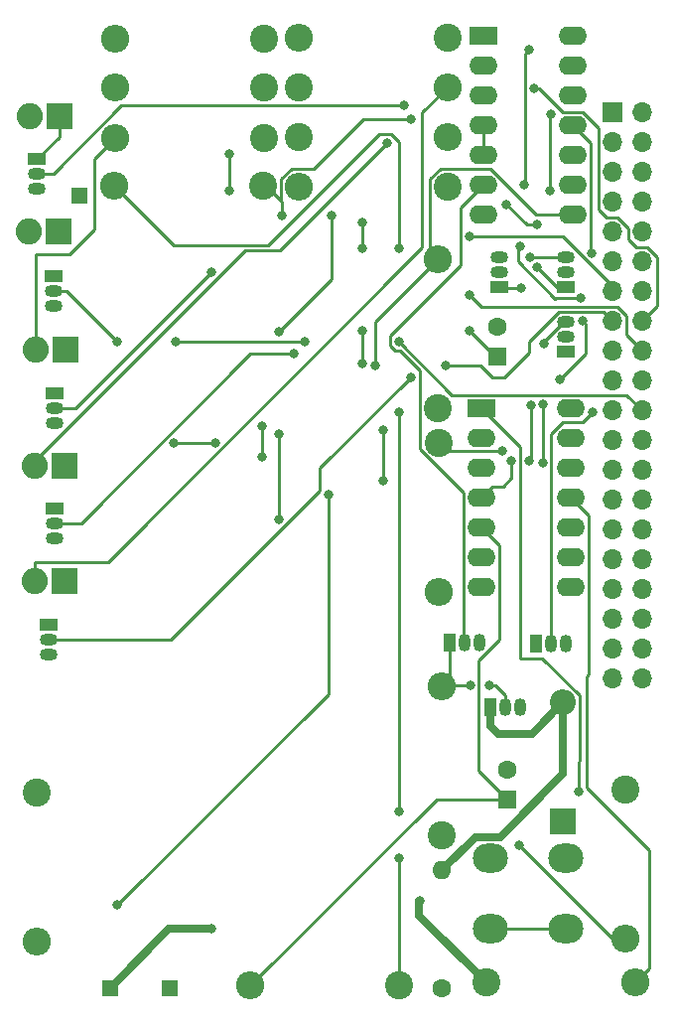
<source format=gbl>
G04 #@! TF.GenerationSoftware,KiCad,Pcbnew,7.0.5*
G04 #@! TF.CreationDate,2023-10-09T12:46:36-04:00*
G04 #@! TF.ProjectId,alex_proposal_box,616c6578-5f70-4726-9f70-6f73616c5f62,rev?*
G04 #@! TF.SameCoordinates,Original*
G04 #@! TF.FileFunction,Copper,L2,Bot*
G04 #@! TF.FilePolarity,Positive*
%FSLAX46Y46*%
G04 Gerber Fmt 4.6, Leading zero omitted, Abs format (unit mm)*
G04 Created by KiCad (PCBNEW 7.0.5) date 2023-10-09 12:46:36*
%MOMM*%
%LPD*%
G01*
G04 APERTURE LIST*
G04 #@! TA.AperFunction,ComponentPad*
%ADD10R,1.050000X1.500000*%
G04 #@! TD*
G04 #@! TA.AperFunction,ComponentPad*
%ADD11O,1.050000X1.500000*%
G04 #@! TD*
G04 #@! TA.AperFunction,ComponentPad*
%ADD12R,1.350000X1.350000*%
G04 #@! TD*
G04 #@! TA.AperFunction,ComponentPad*
%ADD13R,2.240000X2.240000*%
G04 #@! TD*
G04 #@! TA.AperFunction,ComponentPad*
%ADD14O,2.240000X2.240000*%
G04 #@! TD*
G04 #@! TA.AperFunction,ComponentPad*
%ADD15C,2.400000*%
G04 #@! TD*
G04 #@! TA.AperFunction,ComponentPad*
%ADD16O,2.400000X2.400000*%
G04 #@! TD*
G04 #@! TA.AperFunction,ComponentPad*
%ADD17R,1.500000X1.050000*%
G04 #@! TD*
G04 #@! TA.AperFunction,ComponentPad*
%ADD18O,1.500000X1.050000*%
G04 #@! TD*
G04 #@! TA.AperFunction,ComponentPad*
%ADD19R,2.400000X1.600000*%
G04 #@! TD*
G04 #@! TA.AperFunction,ComponentPad*
%ADD20O,2.400000X1.600000*%
G04 #@! TD*
G04 #@! TA.AperFunction,ComponentPad*
%ADD21R,2.200000X2.200000*%
G04 #@! TD*
G04 #@! TA.AperFunction,ComponentPad*
%ADD22O,2.200000X2.200000*%
G04 #@! TD*
G04 #@! TA.AperFunction,ComponentPad*
%ADD23R,1.600000X1.600000*%
G04 #@! TD*
G04 #@! TA.AperFunction,ComponentPad*
%ADD24C,1.600000*%
G04 #@! TD*
G04 #@! TA.AperFunction,ComponentPad*
%ADD25O,1.600000X1.600000*%
G04 #@! TD*
G04 #@! TA.AperFunction,ComponentPad*
%ADD26O,3.000000X2.500000*%
G04 #@! TD*
G04 #@! TA.AperFunction,ComponentPad*
%ADD27R,1.700000X1.700000*%
G04 #@! TD*
G04 #@! TA.AperFunction,ComponentPad*
%ADD28O,1.700000X1.700000*%
G04 #@! TD*
G04 #@! TA.AperFunction,ViaPad*
%ADD29C,0.800000*%
G04 #@! TD*
G04 #@! TA.AperFunction,Conductor*
%ADD30C,0.250000*%
G04 #@! TD*
G04 #@! TA.AperFunction,Conductor*
%ADD31C,0.650000*%
G04 #@! TD*
G04 APERTURE END LIST*
D10*
X129330000Y-102640000D03*
D11*
X130600000Y-102640000D03*
X131870000Y-102640000D03*
D12*
X105430000Y-132100000D03*
D13*
X96470000Y-97350000D03*
D14*
X93930000Y-97350000D03*
D15*
X129190000Y-63750000D03*
D16*
X116490000Y-63750000D03*
D17*
X94150000Y-61400000D03*
D18*
X94150000Y-62670000D03*
X94150000Y-63940000D03*
D12*
X97760000Y-64550000D03*
D15*
X113450000Y-63710000D03*
D16*
X100750000Y-63710000D03*
D19*
X132010000Y-82630000D03*
D20*
X132010000Y-85170000D03*
X132010000Y-87710000D03*
X132010000Y-90250000D03*
X132010000Y-92790000D03*
X132010000Y-95330000D03*
X132010000Y-97870000D03*
X139630000Y-97870000D03*
X139630000Y-95330000D03*
X139630000Y-92790000D03*
X139630000Y-90250000D03*
X139630000Y-87710000D03*
X139630000Y-85170000D03*
X139630000Y-82630000D03*
D17*
X95610000Y-81350000D03*
D18*
X95610000Y-82620000D03*
X95610000Y-83890000D03*
D15*
X132450000Y-131590000D03*
D16*
X145150000Y-131590000D03*
D17*
X95610000Y-91150000D03*
D18*
X95610000Y-92420000D03*
X95610000Y-93690000D03*
D15*
X113470000Y-55320000D03*
D16*
X100770000Y-55320000D03*
D10*
X136740000Y-102730000D03*
D11*
X138010000Y-102730000D03*
X139280000Y-102730000D03*
D13*
X96020000Y-57730000D03*
D14*
X93480000Y-57730000D03*
D13*
X96540000Y-77610000D03*
D14*
X94000000Y-77610000D03*
D15*
X113470000Y-59580000D03*
D16*
X100770000Y-59580000D03*
D15*
X116490000Y-59540000D03*
D16*
X129190000Y-59540000D03*
D15*
X94150000Y-115430000D03*
D16*
X94150000Y-128130000D03*
D12*
X100370000Y-132040000D03*
D17*
X95140000Y-101130000D03*
D18*
X95140000Y-102400000D03*
X95140000Y-103670000D03*
D15*
X128660000Y-119070000D03*
D16*
X128660000Y-106370000D03*
D15*
X128370000Y-85560000D03*
D16*
X128370000Y-98260000D03*
D15*
X129130000Y-51070000D03*
D16*
X116430000Y-51070000D03*
D13*
X96010000Y-67530000D03*
D14*
X93470000Y-67530000D03*
D15*
X128320000Y-82610000D03*
D16*
X128320000Y-69910000D03*
D13*
X96490000Y-87510000D03*
D14*
X93950000Y-87510000D03*
D17*
X95510000Y-71360000D03*
D18*
X95510000Y-72630000D03*
X95510000Y-73900000D03*
D10*
X132830000Y-108140000D03*
D11*
X134100000Y-108140000D03*
X135370000Y-108140000D03*
D15*
X125030000Y-131850000D03*
D16*
X112330000Y-131850000D03*
D17*
X133580000Y-72280000D03*
D18*
X133580000Y-71010000D03*
X133580000Y-69740000D03*
D15*
X113470000Y-51120000D03*
D16*
X100770000Y-51120000D03*
D21*
X139010000Y-117890000D03*
D22*
X139010000Y-107730000D03*
D17*
X139270000Y-72280000D03*
D18*
X139270000Y-71010000D03*
X139270000Y-69740000D03*
D15*
X144360000Y-115110000D03*
D16*
X144360000Y-127810000D03*
D19*
X132200000Y-50910000D03*
D20*
X132200000Y-53450000D03*
X132200000Y-55990000D03*
X132200000Y-58530000D03*
X132200000Y-61070000D03*
X132200000Y-63610000D03*
X132200000Y-66150000D03*
X139820000Y-66150000D03*
X139820000Y-63610000D03*
X139820000Y-61070000D03*
X139820000Y-58530000D03*
X139820000Y-55990000D03*
X139820000Y-53450000D03*
X139820000Y-50910000D03*
D17*
X139260000Y-77850000D03*
D18*
X139260000Y-76580000D03*
X139260000Y-75310000D03*
D23*
X133410000Y-78200000D03*
D24*
X133410000Y-75700000D03*
X128660000Y-132040000D03*
D25*
X128660000Y-122040000D03*
D15*
X116430000Y-55310000D03*
D16*
X129130000Y-55310000D03*
D23*
X134230000Y-115960000D03*
D24*
X134230000Y-113460000D03*
D26*
X132780000Y-121020000D03*
X139280000Y-121020000D03*
X132780000Y-127020000D03*
X139280000Y-127020000D03*
D27*
X143190000Y-57435000D03*
D28*
X145730000Y-57435000D03*
X143190000Y-59975000D03*
X145730000Y-59975000D03*
X143190000Y-62515000D03*
X145730000Y-62515000D03*
X143190000Y-65055000D03*
X145730000Y-65055000D03*
X143190000Y-67595000D03*
X145730000Y-67595000D03*
X143190000Y-70135000D03*
X145730000Y-70135000D03*
X143190000Y-72675000D03*
X145730000Y-72675000D03*
X143190000Y-75215000D03*
X145730000Y-75215000D03*
X143190000Y-77755000D03*
X145730000Y-77755000D03*
X143190000Y-80295000D03*
X145730000Y-80295000D03*
X143190000Y-82835000D03*
X145730000Y-82835000D03*
X143190000Y-85375000D03*
X145730000Y-85375000D03*
X143190000Y-87915000D03*
X145730000Y-87915000D03*
X143190000Y-90455000D03*
X145730000Y-90455000D03*
X143190000Y-92995000D03*
X145730000Y-92995000D03*
X143190000Y-95535000D03*
X145730000Y-95535000D03*
X143190000Y-98075000D03*
X145730000Y-98075000D03*
X143190000Y-100615000D03*
X145730000Y-100615000D03*
X143190000Y-103155000D03*
X145730000Y-103155000D03*
X143190000Y-105695000D03*
X145730000Y-105695000D03*
D29*
X131000000Y-76000000D03*
X125000000Y-69000000D03*
X126770000Y-124610000D03*
X109340000Y-85570000D03*
X105770000Y-85570000D03*
X133800000Y-86300000D03*
X124000000Y-60000000D03*
X109000000Y-127000000D03*
X131075500Y-106300000D03*
X132700000Y-106300000D03*
X141400000Y-69400000D03*
X141500000Y-83000000D03*
X136775500Y-67000000D03*
X136100000Y-52100000D03*
X136775804Y-70616979D03*
X134200000Y-65300000D03*
X135700000Y-63600000D03*
X136200000Y-69800000D03*
X135400000Y-72400000D03*
X136100000Y-87100000D03*
X137364160Y-77135840D03*
X101000000Y-125000000D03*
X136306611Y-82410377D03*
X119000000Y-90000000D03*
X134608761Y-87100000D03*
X114800000Y-92100000D03*
X114800000Y-76100000D03*
X135300000Y-119900000D03*
X115000000Y-66200000D03*
X114800000Y-84800000D03*
X119300000Y-66200000D03*
X126000000Y-58000000D03*
X125000000Y-121000000D03*
X125000000Y-83000000D03*
X123000000Y-79000000D03*
X125000000Y-117000000D03*
X110500000Y-61000000D03*
X110500000Y-64100000D03*
X113300000Y-84200000D03*
X113300000Y-86800000D03*
X140361368Y-115342125D03*
X121900000Y-66800000D03*
X121900000Y-69000000D03*
X123700000Y-88800000D03*
X121900000Y-76000000D03*
X121900000Y-78800000D03*
X123700000Y-84500000D03*
X138700000Y-80200000D03*
X137857299Y-64057299D03*
X137285500Y-87300000D03*
X138004500Y-57600000D03*
X140675500Y-75184500D03*
X140500000Y-73200000D03*
X135379500Y-68800000D03*
X137300000Y-82300000D03*
X109000000Y-71000000D03*
X131000000Y-68000000D03*
X129000000Y-79000000D03*
X126000000Y-80000000D03*
X136555500Y-55400000D03*
X125438324Y-56845000D03*
X131000000Y-73000000D03*
X116000000Y-78000000D03*
X101000000Y-77000000D03*
X117000000Y-77000000D03*
X106000000Y-77000000D03*
X125000000Y-77000000D03*
D30*
X123330000Y-59275000D02*
X124300305Y-59275000D01*
X100750000Y-63710000D02*
X105775000Y-68735000D01*
X133200000Y-78200000D02*
X133410000Y-78200000D01*
X131000000Y-76000000D02*
X133200000Y-78200000D01*
X125000000Y-59974695D02*
X125000000Y-69000000D01*
X113870000Y-68735000D02*
X123330000Y-59275000D01*
X105775000Y-68735000D02*
X113870000Y-68735000D01*
X124300305Y-59275000D02*
X125000000Y-59974695D01*
D31*
X132450000Y-131590000D02*
X126750000Y-125890000D01*
D30*
X129105000Y-86295000D02*
X128370000Y-85560000D01*
X133800000Y-86300000D02*
X133795000Y-86295000D01*
X109340000Y-85570000D02*
X105770000Y-85570000D01*
X133795000Y-86295000D02*
X129105000Y-86295000D01*
X129110000Y-86300000D02*
X128370000Y-85560000D01*
D31*
X126750000Y-124630000D02*
X126770000Y-124610000D01*
X126750000Y-125890000D02*
X126750000Y-124630000D01*
D30*
X133535000Y-94315000D02*
X132010000Y-92790000D01*
X128220000Y-115960000D02*
X134230000Y-115960000D01*
X133535000Y-102402082D02*
X133535000Y-94315000D01*
X131800000Y-104137082D02*
X133535000Y-102402082D01*
X131800000Y-113530000D02*
X131800000Y-104137082D01*
X134230000Y-115960000D02*
X131800000Y-113530000D01*
X112330000Y-131850000D02*
X128220000Y-115960000D01*
X96020000Y-59530000D02*
X94150000Y-61400000D01*
X96020000Y-57730000D02*
X96020000Y-59530000D01*
X99000000Y-61350000D02*
X100770000Y-59580000D01*
X94000000Y-69540000D02*
X96890000Y-69540000D01*
X96890000Y-69540000D02*
X99000000Y-67430000D01*
X94000000Y-77610000D02*
X94000000Y-69540000D01*
X99000000Y-67430000D02*
X99000000Y-61350000D01*
X93950000Y-87160000D02*
X111925000Y-69185000D01*
X114815000Y-69185000D02*
X124000000Y-60000000D01*
X111925000Y-69185000D02*
X114815000Y-69185000D01*
X93950000Y-87510000D02*
X93950000Y-87160000D01*
X127000000Y-68935305D02*
X127000000Y-57440000D01*
X93930000Y-97350000D02*
X93930000Y-95766081D01*
X93930000Y-95766081D02*
X100169224Y-95766081D01*
X127000000Y-57440000D02*
X129130000Y-55310000D01*
X100169224Y-95766081D02*
X127000000Y-68935305D01*
D31*
X109000000Y-127000000D02*
X105410000Y-127000000D01*
X105410000Y-127000000D02*
X100370000Y-132040000D01*
X131525000Y-119175000D02*
X133650000Y-119175000D01*
X133650000Y-119175000D02*
X139010000Y-113815000D01*
X132830000Y-109730000D02*
X132830000Y-108140000D01*
X139010000Y-113815000D02*
X139010000Y-107730000D01*
X136360000Y-110380000D02*
X133480000Y-110380000D01*
X139010000Y-107730000D02*
X136360000Y-110380000D01*
X133480000Y-110380000D02*
X132830000Y-109730000D01*
X128660000Y-122040000D02*
X131525000Y-119175000D01*
D30*
X134100000Y-108140000D02*
X134100000Y-107140000D01*
X133260000Y-106300000D02*
X132700000Y-106300000D01*
X129330000Y-105700000D02*
X128660000Y-106370000D01*
X131075500Y-106300000D02*
X128730000Y-106300000D01*
X134100000Y-107140000D02*
X133260000Y-106300000D01*
X129330000Y-102640000D02*
X129330000Y-105700000D01*
X128730000Y-106300000D02*
X128660000Y-106370000D01*
X125088604Y-77725000D02*
X124699695Y-77725000D01*
X124699695Y-77725000D02*
X124275000Y-77300305D01*
X130485000Y-89831676D02*
X126795000Y-86141676D01*
X130275000Y-65535000D02*
X132200000Y-63610000D01*
X124275000Y-76425000D02*
X130275000Y-70425000D01*
X130485000Y-102525000D02*
X130485000Y-89831676D01*
X130275000Y-70425000D02*
X130275000Y-65535000D01*
X126795000Y-86141676D02*
X126795000Y-79431396D01*
X124275000Y-77300305D02*
X124275000Y-76425000D01*
X126795000Y-79431396D02*
X125088604Y-77725000D01*
X130600000Y-102640000D02*
X130485000Y-102525000D01*
X138010000Y-102730000D02*
X138010000Y-84799010D01*
X141345000Y-69345000D02*
X141400000Y-69400000D01*
X140700000Y-83800000D02*
X141500000Y-83000000D01*
X141345000Y-60055000D02*
X141345000Y-69345000D01*
X141345000Y-60055000D02*
X139820000Y-58530000D01*
X138010000Y-84799010D02*
X139009010Y-83800000D01*
X139009010Y-83800000D02*
X140700000Y-83800000D01*
X135775000Y-63525000D02*
X135700000Y-63600000D01*
X134200000Y-65300000D02*
X135900000Y-67000000D01*
X135900000Y-67000000D02*
X136775500Y-67000000D01*
X136100000Y-52100000D02*
X135775000Y-52425000D01*
X135775000Y-52425000D02*
X135775000Y-63525000D01*
X136775804Y-70616979D02*
X138438825Y-72280000D01*
X138438825Y-72280000D02*
X139270000Y-72280000D01*
X133700000Y-72400000D02*
X133580000Y-72280000D01*
X139270000Y-69740000D02*
X136260000Y-69740000D01*
X136260000Y-69740000D02*
X136200000Y-69800000D01*
X135400000Y-72400000D02*
X133700000Y-72400000D01*
X101000000Y-125000000D02*
X119000000Y-107000000D01*
X132960000Y-89300000D02*
X133900000Y-89300000D01*
X133900000Y-89300000D02*
X134608761Y-88591239D01*
X139035000Y-75310000D02*
X139260000Y-75310000D01*
X132010000Y-90250000D02*
X132960000Y-89300000D01*
X137364160Y-77135840D02*
X137364160Y-76980840D01*
X119000000Y-107000000D02*
X119000000Y-90000000D01*
X136100000Y-87100000D02*
X136306611Y-86893389D01*
X134608761Y-88591239D02*
X134608761Y-87100000D01*
X137364160Y-76980840D02*
X139035000Y-75310000D01*
X136306611Y-86893389D02*
X136306611Y-82410377D01*
X113710000Y-63710000D02*
X114965000Y-64965000D01*
X114965000Y-64965000D02*
X114965000Y-63118324D01*
X135300000Y-119900000D02*
X143210000Y-127810000D01*
X114800000Y-84800000D02*
X114800000Y-92100000D01*
X143210000Y-127810000D02*
X144360000Y-127810000D01*
X114965000Y-64965000D02*
X115000000Y-65000000D01*
X115858324Y-62225000D02*
X117775000Y-62225000D01*
X117775000Y-62225000D02*
X122000000Y-58000000D01*
X122000000Y-58000000D02*
X126000000Y-58000000D01*
X114965000Y-63118324D02*
X115858324Y-62225000D01*
X113450000Y-63710000D02*
X113710000Y-63710000D01*
X119300000Y-66200000D02*
X119300000Y-71600000D01*
X115000000Y-65000000D02*
X115000000Y-66200000D01*
X119300000Y-71600000D02*
X114800000Y-76100000D01*
X132805990Y-62225000D02*
X128558324Y-62225000D01*
X125000000Y-117000000D02*
X125000000Y-83000000D01*
X125030000Y-121030000D02*
X125000000Y-121000000D01*
X125030000Y-131850000D02*
X125030000Y-121030000D01*
X123000000Y-79000000D02*
X123000000Y-75230000D01*
X139820000Y-66150000D02*
X136730990Y-66150000D01*
X123000000Y-75230000D02*
X128320000Y-69910000D01*
X128558324Y-62225000D02*
X127665000Y-63118324D01*
X127665000Y-63118324D02*
X127665000Y-69255000D01*
X127665000Y-69255000D02*
X128320000Y-69910000D01*
X136730990Y-66150000D02*
X132805990Y-62225000D01*
X140435000Y-112692386D02*
X140435000Y-107139745D01*
X140361368Y-112766018D02*
X140435000Y-112692386D01*
X135333261Y-103936739D02*
X135333261Y-85953261D01*
X139280000Y-127020000D02*
X132780000Y-127020000D01*
X140435000Y-107139745D02*
X137231994Y-103936739D01*
X137231994Y-103936739D02*
X135333261Y-103936739D01*
X113300000Y-86800000D02*
X113300000Y-84200000D01*
X110500000Y-61000000D02*
X110500000Y-64100000D01*
X140361368Y-115342125D02*
X140361368Y-112766018D01*
X135333261Y-85953261D02*
X132010000Y-82630000D01*
X146350000Y-120350000D02*
X141000000Y-115000000D01*
X141000000Y-105476701D02*
X141155000Y-105321701D01*
X141155000Y-105321701D02*
X141155000Y-91775000D01*
X141000000Y-115000000D02*
X141000000Y-105476701D01*
X146350000Y-130390000D02*
X146350000Y-120350000D01*
X145150000Y-131590000D02*
X146350000Y-130390000D01*
X141155000Y-91775000D02*
X139630000Y-90250000D01*
X123700000Y-84500000D02*
X123700000Y-88800000D01*
X132200000Y-58530000D02*
X132200000Y-61070000D01*
X121900000Y-66800000D02*
X121900000Y-69000000D01*
X121900000Y-76000000D02*
X121900000Y-78800000D01*
X137300000Y-87285500D02*
X137300000Y-82300000D01*
X137857299Y-57747201D02*
X138004500Y-57600000D01*
X138350987Y-73285987D02*
X135200000Y-70135000D01*
X140900000Y-75500000D02*
X140900000Y-75409000D01*
X135200000Y-68979500D02*
X135379500Y-68800000D01*
X138700000Y-80200000D02*
X140900000Y-78000000D01*
X140900000Y-75409000D02*
X140675500Y-75184500D01*
X140500000Y-73200000D02*
X138436974Y-73200000D01*
X140900000Y-78000000D02*
X140900000Y-75500000D01*
X137285500Y-87300000D02*
X137300000Y-87285500D01*
X138436974Y-73200000D02*
X138350987Y-73285987D01*
X137857299Y-64057299D02*
X137857299Y-57747201D01*
X135200000Y-70135000D02*
X135200000Y-68979500D01*
X143190000Y-72232918D02*
X143190000Y-72675000D01*
X131000000Y-68000000D02*
X138957082Y-68000000D01*
X95610000Y-82620000D02*
X97380000Y-82620000D01*
X97380000Y-82620000D02*
X109000000Y-71000000D01*
X138957082Y-68000000D02*
X143190000Y-72232918D01*
X118275000Y-87725000D02*
X118275000Y-89699695D01*
X105574695Y-102400000D02*
X95140000Y-102400000D01*
X118275000Y-89699695D02*
X105574695Y-102400000D01*
X129000000Y-79000000D02*
X131960000Y-79000000D01*
X142435000Y-74460000D02*
X138682918Y-74460000D01*
X126000000Y-80000000D02*
X118275000Y-87725000D01*
X136142918Y-77857082D02*
X136142918Y-77000000D01*
X131960000Y-79000000D02*
X132960000Y-80000000D01*
X138682918Y-74460000D02*
X136142918Y-77000000D01*
X132960000Y-80000000D02*
X134000000Y-80000000D01*
X134000000Y-80000000D02*
X136142918Y-77857082D01*
X143190000Y-75215000D02*
X142435000Y-74460000D01*
X136949010Y-55400000D02*
X138954010Y-57405000D01*
X142015000Y-58734010D02*
X142015000Y-65731701D01*
X144555000Y-67298299D02*
X144555000Y-68271701D01*
X140685990Y-57405000D02*
X142015000Y-58734010D01*
X145243299Y-68960000D02*
X146216701Y-68960000D01*
X101348324Y-56845000D02*
X125438324Y-56845000D01*
X142015000Y-65731701D02*
X142703299Y-66420000D01*
X142703299Y-66420000D02*
X143676701Y-66420000D01*
X146216701Y-68960000D02*
X147000000Y-69743299D01*
X95523324Y-62670000D02*
X101348324Y-56845000D01*
X143676701Y-66420000D02*
X144555000Y-67298299D01*
X94150000Y-62670000D02*
X95523324Y-62670000D01*
X147000000Y-69743299D02*
X147000000Y-73945000D01*
X138954010Y-57405000D02*
X140685990Y-57405000D01*
X144555000Y-68271701D02*
X145243299Y-68960000D01*
X147000000Y-73945000D02*
X145730000Y-75215000D01*
X136555500Y-55400000D02*
X136949010Y-55400000D01*
X144365000Y-74728299D02*
X144365000Y-76390000D01*
X131000000Y-73000000D02*
X132010000Y-74010000D01*
X132010000Y-74010000D02*
X143646701Y-74010000D01*
X95610000Y-92420000D02*
X97894695Y-92420000D01*
X144365000Y-76390000D02*
X145730000Y-77755000D01*
X112314695Y-78000000D02*
X116000000Y-78000000D01*
X97894695Y-92420000D02*
X112314695Y-78000000D01*
X143646701Y-74010000D02*
X144365000Y-74728299D01*
X96630000Y-72630000D02*
X101000000Y-77000000D01*
X144400000Y-81505000D02*
X145730000Y-82835000D01*
X95510000Y-72630000D02*
X96630000Y-72630000D01*
X106000000Y-77000000D02*
X117000000Y-77000000D01*
X125000000Y-77000000D02*
X129505000Y-81505000D01*
X129505000Y-81505000D02*
X144400000Y-81505000D01*
M02*

</source>
